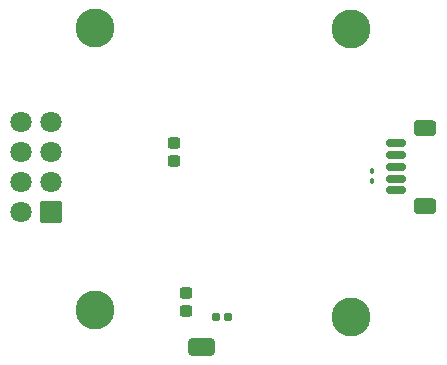
<source format=gbr>
%TF.GenerationSoftware,KiCad,Pcbnew,9.0.6+1*%
%TF.CreationDate,Date%
%TF.ProjectId,kibot-test-cicd,6b69626f-742d-4746-9573-742d63696364,0.1.0+ (Unreleased)*%
%TF.SameCoordinates,Original*%
%TF.FileFunction,Soldermask,Top*%
%TF.FilePolarity,Negative*%
%FSLAX46Y46*%
G04 Gerber Fmt 4.6, Leading zero omitted, Abs format (unit mm)*
G04 Created by KiCad*
%MOMM*%
%LPD*%
G01*
G04 APERTURE LIST*
G04 Aperture macros list*
%AMRoundRect*
0 Rectangle with rounded corners*
0 $1 Rounding radius*
0 $2 $3 $4 $5 $6 $7 $8 $9 X,Y pos of 4 corners*
0 Add a 4 corners polygon primitive as box body*
4,1,4,$2,$3,$4,$5,$6,$7,$8,$9,$2,$3,0*
0 Add four circle primitives for the rounded corners*
1,1,$1+$1,$2,$3*
1,1,$1+$1,$4,$5*
1,1,$1+$1,$6,$7*
1,1,$1+$1,$8,$9*
0 Add four rect primitives between the rounded corners*
20,1,$1+$1,$2,$3,$4,$5,0*
20,1,$1+$1,$4,$5,$6,$7,0*
20,1,$1+$1,$6,$7,$8,$9,0*
20,1,$1+$1,$8,$9,$2,$3,0*%
%AMFreePoly0*
4,1,39,0.535355,0.785355,0.550000,0.750000,0.550000,-0.750000,0.535355,-0.785355,0.500000,-0.800000,0.000000,-0.800000,-0.010328,-0.795722,-0.065263,-0.795722,-0.078204,-0.794018,-0.204283,-0.760236,-0.216342,-0.755241,-0.329381,-0.689978,-0.339736,-0.682032,-0.432032,-0.589736,-0.439978,-0.579381,-0.505241,-0.466342,-0.510236,-0.454283,-0.544018,-0.328204,-0.545722,-0.315263,-0.545722,-0.260327,
-0.550000,-0.250000,-0.550000,0.250000,-0.545722,0.260327,-0.545722,0.315263,-0.544018,0.328204,-0.510236,0.454283,-0.505241,0.466342,-0.439978,0.579381,-0.432032,0.589736,-0.339736,0.682032,-0.329381,0.689978,-0.216342,0.755241,-0.204283,0.760236,-0.078204,0.794018,-0.065263,0.795722,-0.010328,0.795722,0.000000,0.800000,0.500000,0.800000,0.535355,0.785355,0.535355,0.785355,
$1*%
%AMFreePoly1*
4,1,39,0.010328,0.795722,0.065263,0.795722,0.078204,0.794018,0.204283,0.760236,0.216342,0.755241,0.329381,0.689978,0.339736,0.682032,0.432032,0.589736,0.439978,0.579381,0.505241,0.466342,0.510236,0.454283,0.544018,0.328204,0.545722,0.315263,0.545722,0.260327,0.550000,0.250000,0.550000,-0.250000,0.545722,-0.260327,0.545722,-0.315263,0.544018,-0.328204,0.510236,-0.454283,
0.505241,-0.466342,0.439978,-0.579381,0.432032,-0.589736,0.339736,-0.682032,0.329381,-0.689978,0.216342,-0.755241,0.204283,-0.760236,0.078204,-0.794018,0.065263,-0.795722,0.010328,-0.795722,0.000000,-0.800000,-0.500000,-0.800000,-0.535355,-0.785355,-0.550000,-0.750000,-0.550000,0.750000,-0.535355,0.785355,-0.500000,0.800000,0.000000,0.800000,0.010328,0.795722,0.010328,0.795722,
$1*%
G04 Aperture macros list end*
%ADD10FreePoly0,0.000000*%
%ADD11FreePoly1,0.000000*%
%ADD12RoundRect,0.087500X-0.087500X0.142500X-0.087500X-0.142500X0.087500X-0.142500X0.087500X0.142500X0*%
%ADD13C,3.300000*%
%ADD14RoundRect,0.243750X-0.281250X0.243750X-0.281250X-0.243750X0.281250X-0.243750X0.281250X0.243750X0*%
%ADD15RoundRect,0.250000X-0.275000X0.250000X-0.275000X-0.250000X0.275000X-0.250000X0.275000X0.250000X0*%
%ADD16RoundRect,0.175000X-0.650000X0.175000X-0.650000X-0.175000X0.650000X-0.175000X0.650000X0.175000X0*%
%ADD17RoundRect,0.270833X-0.679167X0.379167X-0.679167X-0.379167X0.679167X-0.379167X0.679167X0.379167X0*%
%ADD18RoundRect,0.160000X-0.160000X-0.210000X0.160000X-0.210000X0.160000X0.210000X-0.160000X0.210000X0*%
%ADD19RoundRect,0.050000X0.850000X0.850000X-0.850000X0.850000X-0.850000X-0.850000X0.850000X-0.850000X0*%
%ADD20C,1.800000*%
G04 APERTURE END LIST*
%TO.C,JP1*%
G36*
X145900000Y-104660000D02*
G01*
X146200000Y-104660000D01*
X146200000Y-106160000D01*
X145900000Y-106160000D01*
X145900000Y-104660000D01*
G37*
%TD*%
D10*
%TO.C,JP1*%
X145400000Y-105410000D03*
D11*
X146700000Y-105410000D03*
%TD*%
D12*
%TO.C,D1*%
X160528000Y-91352000D03*
X160528000Y-90512000D03*
%TD*%
D13*
%TO.C,H2*%
X158750000Y-102870000D03*
%TD*%
D14*
%TO.C,D2*%
X144780000Y-100812500D03*
X144780000Y-102387500D03*
%TD*%
D15*
%TO.C,C1*%
X143764000Y-88125000D03*
X143764000Y-89675000D03*
%TD*%
D16*
%TO.C,J2*%
X162505000Y-88170000D03*
X162505000Y-89170000D03*
X162505000Y-90170000D03*
X162505000Y-91170000D03*
X162505000Y-92170000D03*
D17*
X165030000Y-86870000D03*
X165030000Y-93470000D03*
%TD*%
D13*
%TO.C,H1*%
X137075000Y-78420149D03*
%TD*%
%TO.C,H3*%
X158750000Y-78486000D03*
%TD*%
D18*
%TO.C,R1*%
X147320000Y-102870000D03*
X148340000Y-102870000D03*
%TD*%
D13*
%TO.C,H4*%
X137075000Y-102270149D03*
%TD*%
D19*
%TO.C,J1*%
X133355000Y-93980000D03*
D20*
X130815000Y-93980000D03*
X133355000Y-91440000D03*
X130815000Y-91440000D03*
X133355000Y-88900000D03*
X130815000Y-88900000D03*
X133355000Y-86360000D03*
X130815000Y-86360000D03*
%TD*%
M02*

</source>
